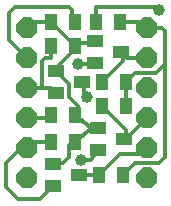
<source format=gbr>
G04 EAGLE Gerber RS-274X export*
G75*
%MOMM*%
%FSLAX34Y34*%
%LPD*%
%INTop Copper*%
%IPPOS*%
%AMOC8*
5,1,8,0,0,1.08239X$1,22.5*%
G01*
%ADD10R,1.400000X1.000000*%
%ADD11R,1.100000X1.400000*%
%ADD12P,1.924489X8X202.500000*%
%ADD13C,0.304800*%
%ADD14C,1.008000*%


D10*
X71960Y119380D03*
X49960Y109880D03*
X49960Y128880D03*
X104980Y144780D03*
X82980Y135280D03*
X82980Y154280D03*
D11*
X89060Y119380D03*
X109060Y119380D03*
X103980Y170180D03*
X83980Y170180D03*
X65880Y149860D03*
X45880Y149860D03*
X65880Y170180D03*
X45880Y170180D03*
D12*
X25400Y38100D03*
X25400Y63500D03*
X25400Y88900D03*
X25400Y114300D03*
X25400Y139700D03*
X25400Y165100D03*
X127000Y38100D03*
X127000Y63500D03*
X127000Y88900D03*
X127000Y114300D03*
X127000Y139700D03*
X127000Y165100D03*
D10*
X107520Y71120D03*
X85520Y61620D03*
X85520Y80620D03*
D11*
X65880Y91440D03*
X45880Y91440D03*
X109060Y99060D03*
X89060Y99060D03*
D10*
X69420Y40640D03*
X47420Y31140D03*
X47420Y50140D03*
D11*
X106520Y40640D03*
X86520Y40640D03*
X65880Y68580D03*
X45880Y68580D03*
D13*
X25400Y114300D02*
X22860Y114300D01*
X45540Y114300D02*
X49960Y109880D01*
X45540Y114300D02*
X38100Y114300D01*
X25400Y114300D01*
X45880Y149860D02*
X43340Y152400D01*
X45880Y149860D02*
X45720Y149700D01*
X45720Y139700D01*
X40640Y139700D01*
X38100Y137160D01*
X38100Y114300D01*
X71960Y119380D02*
X73660Y119380D01*
X73660Y109220D02*
X76200Y106680D01*
X73660Y109220D02*
X73660Y119380D01*
X83980Y170180D02*
X83820Y170340D01*
X134620Y182880D02*
X137160Y180340D01*
X134620Y182880D02*
X83820Y182880D01*
X83820Y170340D01*
D14*
X76200Y106680D03*
X137160Y180340D03*
D13*
X25400Y139700D02*
X10160Y154940D01*
X10160Y177800D01*
X15240Y182880D01*
X60960Y182880D01*
X63500Y170180D02*
X65880Y170180D01*
X63500Y180340D02*
X60960Y182880D01*
X63500Y180340D02*
X63500Y170180D01*
X82980Y135280D02*
X82320Y134620D01*
X68580Y134620D01*
D14*
X68580Y134620D03*
D13*
X104980Y144780D02*
X110060Y139700D01*
X127000Y139700D01*
X104980Y144780D02*
X101600Y144780D01*
X104980Y144780D02*
X106680Y144780D01*
X106680Y137000D02*
X89060Y119380D01*
X106680Y137000D02*
X106680Y144780D01*
X30480Y170180D02*
X25400Y165100D01*
X30480Y170180D02*
X45880Y170180D01*
X65880Y149860D02*
X66200Y149860D01*
X45880Y170180D01*
X66200Y149860D02*
X68580Y149860D01*
X81280Y152400D02*
X81280Y152580D01*
X82980Y154280D01*
X68420Y152400D02*
X65880Y149860D01*
X68420Y152400D02*
X81280Y152400D01*
X65880Y149860D02*
X63500Y149860D01*
X50800Y129720D02*
X49960Y128880D01*
X50800Y129720D02*
X50800Y132080D01*
X63500Y144960D01*
X63500Y149860D01*
X65880Y68580D02*
X68580Y68580D01*
X68580Y63500D01*
X88720Y81280D02*
X88900Y81280D01*
X88720Y81280D02*
X85520Y80620D01*
X81120Y81280D02*
X65880Y68580D01*
X87400Y81280D02*
X88720Y81280D01*
X83820Y81280D02*
X81120Y81280D01*
X83820Y81280D02*
X87400Y81280D01*
X85520Y80620D01*
X78580Y81280D02*
X65880Y91440D01*
X78580Y81280D02*
X81120Y81280D01*
X60960Y117880D02*
X49960Y128880D01*
X60960Y117880D02*
X60960Y106680D01*
X65880Y91440D02*
X68580Y91600D01*
X68580Y99060D02*
X60960Y106680D01*
X68580Y99060D02*
X68580Y91600D01*
X63500Y68580D02*
X68580Y63500D01*
X63500Y68580D02*
X60960Y66040D01*
X60960Y55880D01*
X48080Y50800D02*
X47420Y50140D01*
X55880Y50800D02*
X60960Y55880D01*
X55880Y50800D02*
X48080Y50800D01*
X127000Y165100D02*
X121920Y170180D01*
X103980Y170180D01*
X109060Y119380D02*
X109220Y119380D01*
X109220Y99220D02*
X109060Y99060D01*
X109220Y99220D02*
X109220Y119380D01*
X109060Y119380D02*
X116680Y127000D01*
X134620Y127000D01*
X142240Y134620D01*
X142240Y162560D01*
X139700Y165100D01*
X127000Y165100D01*
X116680Y50800D02*
X106520Y40640D01*
X116680Y50800D02*
X137160Y50800D01*
X142240Y55880D01*
X142240Y134620D01*
X89060Y99060D02*
X109220Y78900D01*
X109220Y71120D01*
X107520Y71120D01*
X109220Y71120D02*
X127000Y88900D01*
X45880Y88900D02*
X45880Y91440D01*
X45880Y88900D02*
X25400Y88900D01*
X79780Y53340D02*
X85520Y61620D01*
X79780Y53340D02*
X71120Y53340D01*
D14*
X71120Y53340D03*
D13*
X30480Y68580D02*
X25400Y63500D01*
X30480Y68580D02*
X45880Y68580D01*
X47420Y31140D02*
X36600Y20320D01*
X17780Y20320D01*
X7620Y30480D01*
X7620Y50800D01*
X20320Y63500D01*
X25400Y63500D01*
X121920Y58420D02*
X127000Y63500D01*
X121920Y58420D02*
X104140Y58420D01*
X86520Y40640D02*
X86360Y40640D01*
X104140Y58420D01*
X69420Y40640D02*
X68580Y40640D01*
X69420Y40640D02*
X86520Y40640D01*
M02*

</source>
